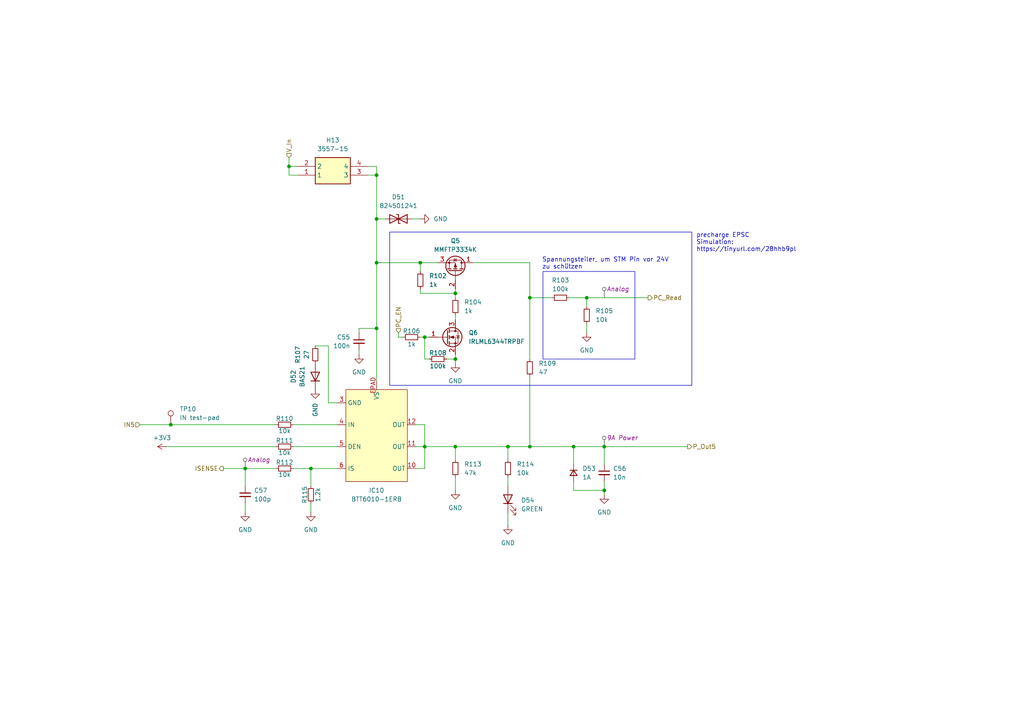
<source format=kicad_sch>
(kicad_sch (version 20250114) (generator "eeschema") (generator_version "9.0")
  (paper "A4")
  (title_block (title "PDU FT25") (date "2025-01-15") (rev "V1.2") (company "Janek Herm") (comment 1 "FaSTTUBe Electronics"))
  (lib_symbols
    (symbol "3557-15:3557-15"
      (property "Reference" "H" (at 16.51 7.62 0))
      (property "Value" "3557-15" (at 16.51 5.08 0))
      (symbol "3557-15_1_1"
        (rectangle (start 5.08 2.54) (end 15.24 -5.08) (stroke (width 0.254)) (fill (type background)))
        (pin passive line (at 0 0 0) (length 5.08) (name "2") (number "2"))
        (pin passive line (at 0 -2.54 0) (length 5.08) (name "1") (number "1"))
        (pin passive line (at 20.32 0 180) (length 5.08) (name "4") (number "4"))
        (pin passive line (at 20.32 -2.54 180) (length 5.08) (name "3") (number "3"))
      )
    )
    (symbol "Connector:TestPoint" (pin_numbers (hide yes)) (pin_names (offset 0.762) (hide yes))
      (property "Reference" "TP" (at 0 6.858 0))
      (property "Value" "TestPoint" (at 0 5.08 0))
      (symbol "TestPoint_0_1"
        (circle (center 0 3.302) (radius 0.762))
      )
      (symbol "TestPoint_1_1"
        (pin passive line (at 0 0 90) (length 2.54) (name "1") (number "1"))
      )
    )
    (symbol "Device:C_Small" (pin_numbers (hide yes)) (pin_names (offset 0.254) (hide yes))
      (property "Reference" "C" (at 0.254 1.778 0))
      (property "Value" "C_Small" (at 0.254 -2.032 0))
      (symbol "C_Small_0_1"
        (polyline (pts (xy -1.524 0.508) (xy 1.524 0.508)) (stroke (width 0.3048)))
        (polyline (pts (xy -1.524 -0.508) (xy 1.524 -0.508)) (stroke (width 0.3302)))
      )
      (symbol "C_Small_1_1"
        (pin passive line (at 0 2.54 270) (length 2.032) (name "~") (number "1"))
        (pin passive line (at 0 -2.54 90) (length 2.032) (name "~") (number "2"))
      )
    )
    (symbol "Device:D_Small" (pin_numbers (hide yes)) (pin_names (offset 0.254) (hide yes))
      (property "Reference" "D" (at -1.27 2.032 0))
      (property "Value" "D_Small" (at -3.81 -2.032 0))
      (symbol "D_Small_0_1"
        (polyline (pts (xy -0.762 0) (xy 0.762 0)))
        (polyline (pts (xy -0.762 -1.016) (xy -0.762 1.016)) (stroke (width 0.254)))
        (polyline (pts (xy 0.762 -1.016) (xy -0.762 0) (xy 0.762 1.016) (xy 0.762 -1.016)) (stroke (width 0.254)))
      )
      (symbol "D_Small_1_1"
        (pin passive line (at -2.54 0 0) (length 1.778) (name "K") (number "1"))
        (pin passive line (at 2.54 0 180) (length 1.778) (name "A") (number "2"))
      )
    )
    (symbol "Device:D_TVS" (pin_numbers (hide yes)) (pin_names (offset 1.016) (hide yes))
      (property "Reference" "D" (at 0 2.54 0))
      (property "Value" "D_TVS" (at 0 -2.54 0))
      (symbol "D_TVS_0_1"
        (polyline (pts (xy -2.54 1.27) (xy -2.54 -1.27) (xy 2.54 1.27) (xy 2.54 -1.27) (xy -2.54 1.27)) (stroke (width 0.254)))
        (polyline (pts (xy 0.508 1.27) (xy 0 1.27) (xy 0 -1.27) (xy -0.508 -1.27)) (stroke (width 0.254)))
        (polyline (pts (xy 1.27 0) (xy -1.27 0)))
      )
      (symbol "D_TVS_1_1"
        (pin passive line (at -3.81 0 0) (length 2.54) (name "A1") (number "1"))
        (pin passive line (at 3.81 0 180) (length 2.54) (name "A2") (number "2"))
      )
    )
    (symbol "Device:LED" (pin_numbers (hide yes)) (pin_names (offset 1.016) (hide yes))
      (property "Reference" "D" (at 0 2.54 0))
      (property "Value" "LED" (at 0 -2.54 0))
      (symbol "LED_0_1"
        (polyline (pts (xy -3.048 -0.762) (xy -4.572 -2.286) (xy -3.81 -2.286) (xy -4.572 -2.286) (xy -4.572 -1.524)))
        (polyline (pts (xy -1.778 -0.762) (xy -3.302 -2.286) (xy -2.54 -2.286) (xy -3.302 -2.286) (xy -3.302 -1.524)))
        (polyline (pts (xy -1.27 0) (xy 1.27 0)))
        (polyline (pts (xy -1.27 -1.27) (xy -1.27 1.27)) (stroke (width 0.254)))
        (polyline (pts (xy 1.27 -1.27) (xy 1.27 1.27) (xy -1.27 0) (xy 1.27 -1.27)) (stroke (width 0.254)))
      )
      (symbol "LED_1_1"
        (pin passive line (at -3.81 0 0) (length 2.54) (name "K") (number "1"))
        (pin passive line (at 3.81 0 180) (length 2.54) (name "A") (number "2"))
      )
    )
    (symbol "Device:Q_NMOS_GSD" (pin_names (offset 0) (hide yes))
      (property "Reference" "Q" (at 5.08 1.27 0))
      (property "Value" "Q_NMOS_GSD" (at 5.08 -1.27 0))
      (symbol "Q_NMOS_GSD_0_1"
        (polyline (pts (xy 0.254 1.905) (xy 0.254 -1.905)) (stroke (width 0.254)))
        (polyline (pts (xy 0.254 0) (xy -2.54 0)))
        (polyline (pts (xy 0.762 2.286) (xy 0.762 1.27)) (stroke (width 0.254)))
        (polyline (pts (xy 0.762 0.508) (xy 0.762 -0.508)) (stroke (width 0.254)))
        (polyline (pts (xy 0.762 -1.27) (xy 0.762 -2.286)) (stroke (width 0.254)))
        (polyline (pts (xy 0.762 -1.778) (xy 3.302 -1.778) (xy 3.302 1.778) (xy 0.762 1.778)))
        (polyline (pts (xy 1.016 0) (xy 2.032 0.381) (xy 2.032 -0.381) (xy 1.016 0)) (fill (type outline)))
        (circle (center 1.651 0) (radius 2.794) (stroke (width 0.254)))
        (polyline (pts (xy 2.54 2.54) (xy 2.54 1.778)))
        (circle (center 2.54 1.778) (radius 0.254) (fill (type outline)))
        (circle (center 2.54 -1.778) (radius 0.254) (fill (type outline)))
        (polyline (pts (xy 2.54 -2.54) (xy 2.54 0) (xy 0.762 0)))
        (polyline (pts (xy 2.794 0.508) (xy 2.921 0.381) (xy 3.683 0.381) (xy 3.81 0.254)))
        (polyline (pts (xy 3.302 0.381) (xy 2.921 -0.254) (xy 3.683 -0.254) (xy 3.302 0.381)))
      )
      (symbol "Q_NMOS_GSD_1_1"
        (pin input line (at -5.08 0 0) (length 2.54) (name "G") (number "1"))
        (pin passive line (at 2.54 5.08 270) (length 2.54) (name "D") (number "3"))
        (pin passive line (at 2.54 -5.08 90) (length 2.54) (name "S") (number "2"))
      )
    )
    (symbol "Device:Q_PMOS_DGS" (pin_names (offset 0) (hide yes))
      (property "Reference" "Q" (at 5.08 1.27 0))
      (property "Value" "Q_PMOS_DGS" (at 5.08 -1.27 0))
      (symbol "Q_PMOS_DGS_0_1"
        (polyline (pts (xy 0.254 1.905) (xy 0.254 -1.905)) (stroke (width 0.254)))
        (polyline (pts (xy 0.254 0) (xy -2.54 0)))
        (polyline (pts (xy 0.762 2.286) (xy 0.762 1.27)) (stroke (width 0.254)))
        (polyline (pts (xy 0.762 1.778) (xy 3.302 1.778) (xy 3.302 -1.778) (xy 0.762 -1.778)))
        (polyline (pts (xy 0.762 0.508) (xy 0.762 -0.508)) (stroke (width 0.254)))
        (polyline (pts (xy 0.762 -1.27) (xy 0.762 -2.286)) (stroke (width 0.254)))
        (circle (center 1.651 0) (radius 2.794) (stroke (width 0.254)))
        (polyline (pts (xy 2.286 0) (xy 1.27 0.381) (xy 1.27 -0.381) (xy 2.286 0)) (fill (type outline)))
        (polyline (pts (xy 2.54 2.54) (xy 2.54 1.778)))
        (circle (center 2.54 1.778) (radius 0.254) (fill (type outline)))
        (circle (center 2.54 -1.778) (radius 0.254) (fill (type outline)))
        (polyline (pts (xy 2.54 -2.54) (xy 2.54 0) (xy 0.762 0)))
        (polyline (pts (xy 2.794 -0.508) (xy 2.921 -0.381) (xy 3.683 -0.381) (xy 3.81 -0.254)))
        (polyline (pts (xy 3.302 -0.381) (xy 2.921 0.254) (xy 3.683 0.254) (xy 3.302 -0.381)))
      )
      (symbol "Q_PMOS_DGS_1_1"
        (pin input line (at -5.08 0 0) (length 2.54) (name "G") (number "2"))
        (pin passive line (at 2.54 5.08 270) (length 2.54) (name "D") (number "1"))
        (pin passive line (at 2.54 -5.08 90) (length 2.54) (name "S") (number "3"))
      )
    )
    (symbol "Device:R_Small" (pin_numbers (hide yes)) (pin_names (offset 0.254) (hide yes))
      (property "Reference" "R" (at 0.762 0.508 0))
      (property "Value" "R_Small" (at 0.762 -1.016 0))
      (symbol "R_Small_0_1"
        (rectangle (start -0.762 1.778) (end 0.762 -1.778) (stroke (width 0.2032)))
      )
      (symbol "R_Small_1_1"
        (pin passive line (at 0 2.54 270) (length 0.762) (name "~") (number "1"))
        (pin passive line (at 0 -2.54 90) (length 0.762) (name "~") (number "2"))
      )
    )
    (symbol "Diode:BAS21" (pin_numbers (hide yes)) (pin_names (hide yes))
      (property "Reference" "D" (at 0 2.54 0))
      (property "Value" "BAS21" (at 0 -2.54 0))
      (symbol "BAS21_0_1"
        (polyline (pts (xy -1.27 1.27) (xy -1.27 -1.27)) (stroke (width 0.254)))
        (polyline (pts (xy 1.27 1.27) (xy 1.27 -1.27) (xy -1.27 0) (xy 1.27 1.27)) (stroke (width 0.254)))
        (polyline (pts (xy 1.27 0) (xy -1.27 0)))
      )
      (symbol "BAS21_1_1"
        (pin passive line (at -3.81 0 0) (length 2.54) (name "K") (number "3"))
        (pin no_connect line (at -1.27 0 0) (length 2.54) (hide yes) (name "NC") (number "2"))
        (pin passive line (at 3.81 0 180) (length 2.54) (name "A") (number "1"))
      )
    )
    (symbol "FaSTTUBe_Power-Switches:BTT6010-1ERB"
      (property "Reference" "IC" (at 0.254 -28.956 0))
      (property "Value" "BTT6010-1ERB" (at 0.508 -30.734 0))
      (symbol "BTT6010-1ERB_1_1"
        (rectangle (start -8.89 -1.27) (end 8.89 -27.94) (fill (type background)))
        (pin output line (at -11.43 -5.08 0) (length 2.54) (name "GND") (number "3"))
        (pin input line (at -11.43 -11.43 0) (length 2.54) (name "IN") (number "4"))
        (pin input line (at -11.43 -17.78 0) (length 2.54) (name "DEN") (number "5"))
        (pin output line (at -11.43 -24.13 0) (length 2.54) (name "IS") (number "6"))
        (pin input line (at 0 1.27 270) (length 2.54) (name "VS") (number "EPAD"))
        (pin no_connect line (at 11.43 -2.54 180) (length 2.54) (hide yes) (name "NC") (number "1"))
        (pin no_connect line (at 11.43 -3.81 180) (length 2.54) (hide yes) (name "NC") (number "2"))
        (pin no_connect line (at 11.43 -5.08 180) (length 2.54) (hide yes) (name "NC") (number "7"))
        (pin no_connect line (at 11.43 -6.35 180) (length 2.54) (hide yes) (name "NC") (number "8"))
        (pin no_connect line (at 11.43 -7.62 180) (length 2.54) (hide yes) (name "NC") (number "9"))
        (pin passive line (at 11.43 -11.43 180) (length 2.54) (name "OUT") (number "12"))
        (pin passive line (at 11.43 -17.78 180) (length 2.54) (name "OUT") (number "11"))
        (pin passive line (at 11.43 -24.13 180) (length 2.54) (name "OUT") (number "10"))
        (pin no_connect line (at 11.43 -25.4 180) (length 2.54) (hide yes) (name "NC") (number "13"))
        (pin no_connect line (at 11.43 -26.67 180) (length 2.54) (hide yes) (name "NC") (number "14"))
      )
    )
    (symbol "power:+3.3V" (power) (pin_numbers (hide yes)) (pin_names (offset 0) (hide yes))
      (property "Value" "+3.3V" (at 0 3.556 0))
      (symbol "+3.3V_0_1"
        (polyline (pts (xy -0.762 1.27) (xy 0 2.54)))
        (polyline (pts (xy 0 2.54) (xy 0.762 1.27)))
        (polyline (pts (xy 0 0) (xy 0 2.54)))
      )
      (symbol "+3.3V_1_1"
        (pin power_in line (at 0 0 90) (length 0) (name "~") (number "1"))
      )
    )
    (symbol "power:GND" (power) (pin_numbers (hide yes)) (pin_names (offset 0) (hide yes))
      (property "Value" "GND" (at 0 -3.81 0))
      (symbol "GND_0_1"
        (polyline (pts (xy 0 0) (xy 0 -1.27) (xy 1.27 -1.27) (xy 0 -2.54) (xy -1.27 -1.27) (xy 0 -1.27)))
      )
      (symbol "GND_1_1"
        (pin power_in line (at 0 0 270) (length 0) (name "~") (number "1"))
      )
    )
  )
  (rectangle (start 157.48 78.74) (end 184.15 104.14))
  (rectangle (start 113.03 67.31) (end 200.66 111.76))
  (text "precharge EPSC\nSimulation:\nhttps://tinyurl.com/28hhb9pl" (at 201.93 70.358 0) (effects (font (size 1.27 1.27)) (justify left)))
  (text "Spannungsteiler, um STM Pin vor 24V \nzu schützen" (at 157.226 76.454 0) (effects (font (size 1.27 1.27)) (justify left)))
  (junction (at 109.22 63.5))
  (junction (at 83.82 48.26))
  (junction (at 90.17 135.89))
  (junction (at 132.08 85.09))
  (junction (at 132.08 129.54))
  (junction (at 109.22 95.25))
  (junction (at 147.32 129.54))
  (junction (at 121.92 76.2))
  (junction (at 153.67 129.54))
  (junction (at 175.26 129.54))
  (junction (at 123.19 97.79))
  (junction (at 166.37 129.54))
  (junction (at 71.12 135.89))
  (junction (at 109.22 50.8))
  (junction (at 153.67 86.36))
  (junction (at 49.53 123.19))
  (junction (at 170.18 86.36))
  (junction (at 132.08 104.14))
  (junction (at 109.22 76.2))
  (junction (at 175.26 142.24))
  (junction (at 123.19 129.54))
  (wire (pts (xy 49.53 123.19) (xy 80.01 123.19)))
  (wire (pts (xy 153.67 76.2) (xy 153.67 86.36)))
  (wire (pts (xy 85.09 135.89) (xy 90.17 135.89)))
  (wire (pts (xy 175.26 129.54) (xy 166.37 129.54)))
  (wire (pts (xy 95.25 100.33) (xy 91.44 100.33)))
  (wire (pts (xy 115.57 97.79) (xy 116.84 97.79)))
  (wire (pts (xy 170.18 86.36) (xy 187.96 86.36)))
  (wire (pts (xy 85.09 129.54) (xy 97.79 129.54)))
  (wire (pts (xy 109.22 76.2) (xy 121.92 76.2)))
  (wire (pts (xy 109.22 48.26) (xy 109.22 50.8)))
  (wire (pts (xy 83.82 45.72) (xy 83.82 48.26)))
  (wire (pts (xy 121.92 63.5) (xy 119.38 63.5)))
  (wire (pts (xy 40.64 123.19) (xy 49.53 123.19)))
  (wire (pts (xy 121.92 97.79) (xy 123.19 97.79)))
  (wire (pts (xy 132.08 86.36) (xy 132.08 85.09)))
  (wire (pts (xy 106.68 50.8) (xy 109.22 50.8)))
  (wire (pts (xy 83.82 48.26) (xy 86.36 48.26)))
  (wire (pts (xy 170.18 86.36) (xy 170.18 88.9)))
  (wire (pts (xy 132.08 138.43) (xy 132.08 142.24)))
  (wire (pts (xy 175.26 129.54) (xy 175.26 134.62)))
  (wire (pts (xy 137.16 76.2) (xy 153.67 76.2)))
  (wire (pts (xy 71.12 135.89) (xy 71.12 140.97)))
  (wire (pts (xy 123.19 97.79) (xy 123.19 104.14)))
  (wire (pts (xy 115.57 96.52) (xy 115.57 97.79)))
  (wire (pts (xy 109.22 95.25) (xy 104.14 95.25)))
  (wire (pts (xy 106.68 48.26) (xy 109.22 48.26)))
  (wire (pts (xy 64.77 135.89) (xy 71.12 135.89)))
  (wire (pts (xy 132.08 129.54) (xy 147.32 129.54)))
  (wire (pts (xy 165.1 86.36) (xy 170.18 86.36)))
  (wire (pts (xy 85.09 123.19) (xy 97.79 123.19)))
  (wire (pts (xy 71.12 146.05) (xy 71.12 148.59)))
  (wire (pts (xy 132.08 129.54) (xy 132.08 133.35)))
  (wire (pts (xy 132.08 92.71) (xy 132.08 91.44)))
  (wire (pts (xy 121.92 76.2) (xy 127 76.2)))
  (wire (pts (xy 104.14 95.25) (xy 104.14 96.52)))
  (wire (pts (xy 123.19 97.79) (xy 124.46 97.79)))
  (wire (pts (xy 123.19 123.19) (xy 123.19 129.54)))
  (wire (pts (xy 166.37 129.54) (xy 166.37 134.62)))
  (wire (pts (xy 109.22 50.8) (xy 109.22 63.5)))
  (wire (pts (xy 120.65 129.54) (xy 123.19 129.54)))
  (wire (pts (xy 121.92 76.2) (xy 121.92 78.74)))
  (wire (pts (xy 132.08 102.87) (xy 132.08 104.14)))
  (wire (pts (xy 153.67 109.22) (xy 153.67 129.54)))
  (wire (pts (xy 83.82 50.8) (xy 86.36 50.8)))
  (wire (pts (xy 123.19 129.54) (xy 132.08 129.54)))
  (wire (pts (xy 153.67 129.54) (xy 166.37 129.54)))
  (wire (pts (xy 147.32 129.54) (xy 147.32 133.35)))
  (wire (pts (xy 123.19 135.89) (xy 123.19 129.54)))
  (wire (pts (xy 109.22 63.5) (xy 109.22 76.2)))
  (wire (pts (xy 147.32 148.59) (xy 147.32 152.4)))
  (wire (pts (xy 83.82 48.26) (xy 83.82 50.8)))
  (wire (pts (xy 120.65 135.89) (xy 123.19 135.89)))
  (wire (pts (xy 109.22 95.25) (xy 109.22 110.49)))
  (wire (pts (xy 71.12 135.89) (xy 80.01 135.89)))
  (wire (pts (xy 147.32 129.54) (xy 153.67 129.54)))
  (wire (pts (xy 104.14 101.6) (xy 104.14 102.87)))
  (wire (pts (xy 129.54 104.14) (xy 132.08 104.14)))
  (wire (pts (xy 175.26 139.7) (xy 175.26 142.24)))
  (wire (pts (xy 132.08 83.82) (xy 132.08 85.09)))
  (wire (pts (xy 132.08 104.14) (xy 132.08 105.41)))
  (wire (pts (xy 170.18 93.98) (xy 170.18 96.52)))
  (wire (pts (xy 120.65 123.19) (xy 123.19 123.19)))
  (wire (pts (xy 90.17 135.89) (xy 90.17 140.97)))
  (wire (pts (xy 175.26 129.54) (xy 199.39 129.54)))
  (wire (pts (xy 166.37 142.24) (xy 175.26 142.24)))
  (wire (pts (xy 48.26 129.54) (xy 80.01 129.54)))
  (wire (pts (xy 90.17 146.05) (xy 90.17 148.59)))
  (wire (pts (xy 166.37 139.7) (xy 166.37 142.24)))
  (wire (pts (xy 109.22 76.2) (xy 109.22 95.25)))
  (wire (pts (xy 123.19 104.14) (xy 124.46 104.14)))
  (wire (pts (xy 121.92 85.09) (xy 132.08 85.09)))
  (wire (pts (xy 175.26 142.24) (xy 175.26 143.51)))
  (wire (pts (xy 147.32 138.43) (xy 147.32 140.97)))
  (wire (pts (xy 95.25 100.33) (xy 95.25 116.84)))
  (wire (pts (xy 121.92 83.82) (xy 121.92 85.09)))
  (wire (pts (xy 109.22 63.5) (xy 111.76 63.5)))
  (wire (pts (xy 95.25 116.84) (xy 97.79 116.84)))
  (wire (pts (xy 153.67 86.36) (xy 160.02 86.36)))
  (wire (pts (xy 90.17 135.89) (xy 97.79 135.89)))
  (wire (pts (xy 153.67 86.36) (xy 153.67 104.14)))
  (hierarchical_label "PC_Read" (shape output) (at 187.96 86.36 0))
  (hierarchical_label "IN5" (shape input) (at 40.64 123.19 180))
  (hierarchical_label "P_Out5" (shape output) (at 199.39 129.54 0))
  (hierarchical_label "ISENSE" (shape output) (at 64.77 135.89 180))
  (hierarchical_label "PC_EN" (shape input) (at 115.57 96.52 90))
  (hierarchical_label "V_In" (shape input) (at 83.82 45.72 90))
  (netclass_flag "" (length 2.54) (shape round) (at 71.12 135.89 0) (property "Netclass" "Analog" (at 71.8185 133.35 0) (effects (font (italic yes)) (justify left))))
  (netclass_flag "" (length 2.54) (shape round) (at 175.26 129.54 0) (property "Netclass" "9A Power" (at 175.9585 127 0) (effects (font (italic yes)) (justify left))))
  (netclass_flag "" (length 2.54) (shape round) (at 175.26 86.36 0) (property "Netclass" "Analog" (at 175.9585 83.82 0) (effects (font (italic yes)) (justify left))))
  (symbol (lib_id "Device:Q_PMOS_DGS") (at 132.08 78.74 270) (mirror x) (unit 1)
    (property "Reference" "Q5" (at 132.08 69.85 90))
    (property "Value" "MMFTP3334K" (at 132.08 72.39 90))
    (property "Footprint" "FaSTTUBe_Switches:SOT-23_GSD" (effects (hide yes)))
    (property "Datasheet" "https://diotec.com/request/datasheet/mmftp3334k.pdf" (effects (hide yes)))
    (property "Description" "P-MOSFET transistor, drain/gate/source" (effects (hide yes)))
    (property "Sim.Device" "PMOS" (effects (hide yes)))
    (property "Sim.Type" "VDMOS" (effects (hide yes)))
    (property "Sim.Pins" "1=D 2=G 3=S" (effects (hide yes)))
  )
  (symbol (lib_id "FaSTTUBe_Power-Switches:BTT6010-1ERB") (at 109.22 111.76 0) (unit 1)
    (property "Reference" "IC10" (at 109.22 142.24 0))
    (property "Value" "BTT6010-1ERB" (at 109.22 144.78 0))
    (property "Footprint" "BTT6010-1ERB:SOIC14_BTT6010-1ERB_INF" (effects (hide yes)))
    (property "Datasheet" "https://www.infineon.com/dgdl/Infineon-BTT6010-1ERB-DS-v01_00-EN.pdf?fileId=5546d46269e1c019016a21e80b080d7a" (effects (hide yes)))
  )
  (symbol (lib_id "Device:D_TVS") (at 115.57 63.5 0) (mirror y) (unit 1)
    (property "Reference" "D51" (at 115.57 57.15 0))
    (property "Value" "824501241" (at 115.57 59.69 0))
    (property "Footprint" "824501241:DIOM5127X250N" (effects (hide yes)))
    (property "Datasheet" "https://www.we-online.com/components/products/datasheet/824501241.pdf" (effects (hide yes)))
    (property "Description" "Bidirectional transient-voltage-suppression diode" (effects (hide yes)))
  )
  (symbol (lib_id "Device:R_Small") (at 132.08 88.9 0) (unit 1)
    (property "Reference" "R104" (at 134.62 87.6299 0) (effects (justify left)))
    (property "Value" "1k" (at 134.62 90.1699 0) (effects (justify left)))
    (property "Footprint" "Resistor_SMD:R_0603_1608Metric" (effects (hide yes)))
    (property "Description" "Resistor, small symbol" (effects (hide yes)))
  )
  (symbol (lib_id "Device:R_Small") (at 119.38 97.79 90) (unit 1)
    (property "Reference" "R106" (at 119.38 96.012 90))
    (property "Value" "1k" (at 119.38 99.822 90))
    (property "Footprint" "Resistor_SMD:R_0603_1608Metric" (effects (hide yes)))
    (property "Description" "Resistor, small symbol" (effects (hide yes)))
  )
  (symbol (lib_id "Device:Q_NMOS_GSD") (at 129.54 97.79 0) (unit 1)
    (property "Reference" "Q6" (at 135.89 96.5199 0) (effects (justify left)))
    (property "Value" "IRLML6344TRPBF" (at 135.89 99.0599 0) (effects (justify left)))
    (property "Footprint" "Package_TO_SOT_SMD:SOT-23" (effects (hide yes)))
    (property "Datasheet" "https://www.mouser.de/datasheet/2/196/Infineon_IRLML6344_DataSheet_v01_01_EN-3363406.pdf" (effects (hide yes)))
    (property "Description" "N-MOSFET transistor, gate/source/drain" (effects (hide yes)))
    (property "Sim.Device" "NMOS" (effects (hide yes)))
    (property "Sim.Type" "VDMOS" (effects (hide yes)))
    (property "Sim.Pins" "1=D 2=G 3=S" (effects (hide yes)))
  )
  (symbol (lib_id "Device:C_Small") (at 104.14 99.06 0) (mirror y) (unit 1)
    (property "Reference" "C55" (at 101.6 97.7962 0) (effects (justify left)))
    (property "Value" "100n" (at 101.6 100.3362 0) (effects (justify left)))
    (property "Footprint" "Capacitor_SMD:C_0603_1608Metric" (effects (hide yes)))
    (property "Description" "Unpolarized capacitor, small symbol" (effects (hide yes)))
  )
  (symbol (lib_id "power:GND") (at 91.44 113.03 0) (unit 1)
    (property "Reference" "#PWR0161" (effects (hide yes)))
    (property "Value" "GND" (at 91.4399 116.84 90) (effects (justify right)))
    (property "Description" "Power symbol creates a global label with name \"GND\" , ground" (effects (hide yes)))
  )
  (symbol (lib_id "power:+3.3V") (at 48.26 129.54 90) (unit 1)
    (property "Reference" "#PWR0162" (effects (hide yes)))
    (property "Value" "+3V3" (at 46.99 127 90))
    (property "Description" "Power symbol creates a global label with name \"+3.3V\"" (effects (hide yes)))
  )
  (symbol (lib_id "Device:R_Small") (at 82.55 135.89 270) (unit 1)
    (property "Reference" "R112" (at 82.55 134.112 90))
    (property "Value" "10k" (at 82.55 137.668 90))
    (property "Footprint" "Resistor_SMD:R_0603_1608Metric" (effects (hide yes)))
    (property "Description" "Resistor, small symbol" (effects (hide yes)))
  )
  (symbol (lib_id "Device:R_Small") (at 132.08 135.89 0) (unit 1)
    (property "Reference" "R113" (at 134.62 134.6199 0) (effects (justify left)))
    (property "Value" "47k" (at 134.62 137.1599 0) (effects (justify left)))
    (property "Footprint" "Resistor_SMD:R_0603_1608Metric" (effects (hide yes)))
    (property "Description" "Resistor, small symbol" (effects (hide yes)))
  )
  (symbol (lib_id "Device:C_Small") (at 71.12 143.51 0) (unit 1)
    (property "Reference" "C57" (at 73.66 142.2462 0) (effects (justify left)))
    (property "Value" "100p" (at 73.66 144.7862 0) (effects (justify left)))
    (property "Footprint" "Capacitor_SMD:C_0603_1608Metric" (effects (hide yes)))
    (property "Description" "Unpolarized capacitor, small symbol" (effects (hide yes)))
  )
  (symbol (lib_id "Device:R_Small") (at 170.18 91.44 180) (unit 1)
    (property "Reference" "R105" (at 172.72 90.1699 0) (effects (justify right)))
    (property "Value" "10k" (at 172.72 92.7099 0) (effects (justify right)))
    (property "Footprint" "Resistor_SMD:R_0603_1608Metric" (effects (hide yes)))
    (property "Description" "Resistor, small symbol" (effects (hide yes)))
  )
  (symbol (lib_id "Device:D_Small") (at 166.37 137.16 270) (unit 1)
    (property "Reference" "D53" (at 168.91 135.8899 90) (effects (justify left)))
    (property "Value" "1A" (at 168.91 138.4299 90) (effects (justify left)))
    (property "Footprint" "Diode_SMD:D_SOD-123F" (effects (hide yes)))
    (property "Datasheet" "https://www.mouser.de/datasheet/2/389/stpst1h100-3107187.pdf" (effects (hide yes)))
    (property "Description" "Diode, small symbol" (effects (hide yes)))
    (property "Sim.Device" "D" (effects (hide yes)))
    (property "Sim.Pins" "1=K 2=A" (effects (hide yes)))
  )
  (symbol (lib_id "power:GND") (at 132.08 105.41 0) (unit 1)
    (property "Reference" "#PWR0160" (effects (hide yes)))
    (property "Value" "GND" (at 132.08 110.49 0))
    (property "Description" "Power symbol creates a global label with name \"GND\" , ground" (effects (hide yes)))
  )
  (symbol (lib_id "Device:LED") (at 147.32 144.78 90) (unit 1)
    (property "Reference" "D54" (at 151.13 145.0974 90) (effects (justify right)))
    (property "Value" "GREEN" (at 151.13 147.6374 90) (effects (justify right)))
    (property "Footprint" "LED_SMD:LED_0603_1608Metric" (effects (hide yes)))
    (property "Datasheet" "https://www.we-online.com/components/products/datasheet/150060VS75000.pdf" (effects (hide yes)))
    (property "Description" "Light emitting diode" (effects (hide yes)))
    (property "MPR" "150060VS75000" (effects (hide yes)))
  )
  (symbol (lib_id "Device:R_Small") (at 91.44 102.87 180) (unit 1)
    (property "Reference" "R107" (at 86.36 102.87 90))
    (property "Value" "27" (at 88.9 102.87 90))
    (property "Footprint" "Resistor_SMD:R_0603_1608Metric" (effects (hide yes)))
    (property "Description" "Resistor, small symbol" (effects (hide yes)))
  )
  (symbol (lib_id "Device:R_Small") (at 82.55 123.19 270) (unit 1)
    (property "Reference" "R110" (at 82.55 121.412 90))
    (property "Value" "10k" (at 82.55 124.968 90))
    (property "Footprint" "Resistor_SMD:R_0603_1608Metric" (effects (hide yes)))
    (property "Description" "Resistor, small symbol" (effects (hide yes)))
  )
  (symbol (lib_id "Device:R_Small") (at 162.56 86.36 90) (unit 1)
    (property "Reference" "R103" (at 162.56 81.28 90))
    (property "Value" "100k" (at 162.56 83.82 90))
    (property "Footprint" "Resistor_SMD:R_0603_1608Metric" (effects (hide yes)))
    (property "Description" "Resistor, small symbol" (effects (hide yes)))
  )
  (symbol (lib_id "Device:R_Small") (at 90.17 143.51 0) (unit 1)
    (property "Reference" "R115" (at 88.392 143.51 90))
    (property "Value" "1.2k" (at 92.202 143.51 90))
    (property "Footprint" "Resistor_SMD:R_0603_1608Metric" (effects (hide yes)))
    (property "Description" "Resistor, small symbol" (effects (hide yes)))
  )
  (symbol (lib_id "power:GND") (at 90.17 148.59 0) (unit 1)
    (property "Reference" "#PWR0166" (effects (hide yes)))
    (property "Value" "GND" (at 90.17 153.67 0))
    (property "Description" "Power symbol creates a global label with name \"GND\" , ground" (effects (hide yes)))
  )
  (symbol (lib_id "Device:R_Small") (at 147.32 135.89 0) (unit 1)
    (property "Reference" "R114" (at 149.86 134.6199 0) (effects (justify left)))
    (property "Value" "10k" (at 149.86 137.1599 0) (effects (justify left)))
    (property "Footprint" "Resistor_SMD:R_0603_1608Metric" (effects (hide yes)))
    (property "Description" "Resistor, small symbol" (effects (hide yes)))
  )
  (symbol (lib_id "power:GND") (at 170.18 96.52 0) (unit 1)
    (property "Reference" "#PWR0158" (effects (hide yes)))
    (property "Value" "GND" (at 170.18 101.6 0))
    (property "Description" "Power symbol creates a global label with name \"GND\" , ground" (effects (hide yes)))
  )
  (symbol (lib_id "Device:R_Small") (at 153.67 106.68 0) (unit 1)
    (property "Reference" "R109" (at 156.21 105.4099 0) (effects (justify left)))
    (property "Value" "47" (at 156.21 107.9499 0) (effects (justify left)))
    (property "Footprint" "Resistor_SMD:R_1210_3225Metric" (effects (hide yes)))
    (property "Description" "Resistor, small symbol" (effects (hide yes)))
  )
  (symbol (lib_id "3557-15:3557-15") (at 86.36 48.26 0) (unit 1)
    (property "Reference" "H13" (at 96.52 40.64 0))
    (property "Value" "3557-15" (at 96.52 43.18 0))
    (property "Footprint" "3557-15:355715" (effects (hide yes)))
    (property "Datasheet" "https://www.keyelco.com/product-pdf.cfm?p=14225" (effects (hide yes)))
    (property "Description" "Fuse Holder T/H 2 IN 1 AUTO BLDE HOLDER, BLUE 15A" (effects (hide yes)))
    (property "Height" "7.5" (effects (hide yes)))
    (property "Mouser Part Number" "534-3557-15" (effects (hide yes)))
    (property "Mouser Price/Stock" "https://www.mouser.co.uk/ProductDetail/Keystone-Electronics/3557-15?qs=iR2ablhfrmFh8obBV91Xhg%3D%3D" (effects (hide yes)))
    (property "Manufacturer_Name" "Keystone Electronics" (effects (hide yes)))
    (property "Manufacturer_Part_Number" "3557-15" (effects (hide yes)))
  )
  (symbol (lib_id "Connector:TestPoint") (at 49.53 123.19 0) (unit 1)
    (property "Reference" "TP10" (at 52.07 118.6179 0) (effects (justify left)))
    (property "Value" "IN test-pad" (at 52.07 121.1579 0) (effects (justify left)))
    (property "Footprint" "5025:5025" (effects (hide yes)))
    (property "Description" "test point" (effects (hide yes)))
  )
  (symbol (lib_id "power:GND") (at 104.14 102.87 0) (mirror y) (unit 1)
    (property "Reference" "#PWR0159" (effects (hide yes)))
    (property "Value" "GND" (at 104.14 107.95 0))
    (property "Description" "Power symbol creates a global label with name \"GND\" , ground" (effects (hide yes)))
  )
  (symbol (lib_id "Device:R_Small") (at 121.92 81.28 0) (unit 1)
    (property "Reference" "R102" (at 124.46 80.0099 0) (effects (justify left)))
    (property "Value" "1k" (at 124.46 82.5499 0) (effects (justify left)))
    (property "Footprint" "Resistor_SMD:R_0603_1608Metric" (effects (hide yes)))
    (property "Description" "Resistor, small symbol" (effects (hide yes)))
  )
  (symbol (lib_id "Diode:BAS21") (at 91.44 109.22 90) (unit 1)
    (property "Reference" "D52" (at 85.09 109.22 0))
    (property "Value" "BAS21" (at 87.63 109.22 0))
    (property "Footprint" "Package_TO_SOT_SMD:SOT-23" (effects (hide yes)))
    (property "Datasheet" "https://www.diodes.com/assets/Datasheets/Ds12004.pdf" (effects (hide yes)))
    (property "Description" "250V, 0.4A, High-speed Switching Diode, SOT-23" (effects (hide yes)))
  )
  (symbol (lib_id "power:GND") (at 121.92 63.5 90) (mirror x) (unit 1)
    (property "Reference" "#PWR0157" (effects (hide yes)))
    (property "Value" "GND" (at 125.73 63.4999 90) (effects (justify right)))
    (property "Description" "Power symbol creates a global label with name \"GND\" , ground" (effects (hide yes)))
  )
  (symbol (lib_id "power:GND") (at 71.12 148.59 0) (unit 1)
    (property "Reference" "#PWR0165" (effects (hide yes)))
    (property "Value" "GND" (at 71.12 153.67 0))
    (property "Description" "Power symbol creates a global label with name \"GND\" , ground" (effects (hide yes)))
  )
  (symbol (lib_id "power:GND") (at 132.08 142.24 0) (unit 1)
    (property "Reference" "#PWR0163" (effects (hide yes)))
    (property "Value" "GND" (at 132.08 147.32 0))
    (property "Description" "Power symbol creates a global label with name \"GND\" , ground" (effects (hide yes)))
  )
  (symbol (lib_id "Device:C_Small") (at 175.26 137.16 0) (unit 1)
    (property "Reference" "C56" (at 177.8 135.8962 0) (effects (justify left)))
    (property "Value" "10n" (at 177.8 138.4362 0) (effects (justify left)))
    (property "Footprint" "Capacitor_SMD:C_0603_1608Metric" (effects (hide yes)))
    (property "Description" "Unpolarized capacitor, small symbol" (effects (hide yes)))
  )
  (symbol (lib_id "power:GND") (at 175.26 143.51 0) (unit 1)
    (property "Reference" "#PWR0164" (effects (hide yes)))
    (property "Value" "GND" (at 175.26 148.59 0))
    (property "Description" "Power symbol creates a global label with name \"GND\" , ground" (effects (hide yes)))
  )
  (symbol (lib_id "Device:R_Small") (at 127 104.14 90) (unit 1)
    (property "Reference" "R108" (at 127 102.362 90))
    (property "Value" "100k" (at 127 106.172 90))
    (property "Footprint" "Resistor_SMD:R_0603_1608Metric" (effects (hide yes)))
    (property "Description" "Resistor, small symbol" (effects (hide yes)))
  )
  (symbol (lib_id "Device:R_Small") (at 82.55 129.54 270) (unit 1)
    (property "Reference" "R111" (at 82.55 127.762 90))
    (property "Value" "10k" (at 82.55 131.318 90))
    (property "Footprint" "Resistor_SMD:R_0603_1608Metric" (effects (hide yes)))
    (property "Description" "Resistor, small symbol" (effects (hide yes)))
  )
  (symbol (lib_id "power:GND") (at 147.32 152.4 0) (unit 1)
    (property "Reference" "#PWR0167" (effects (hide yes)))
    (property "Value" "GND" (at 147.32 157.48 0))
    (property "Description" "Power symbol creates a global label with name \"GND\" , ground" (effects (hide yes)))
  )
)
</source>
